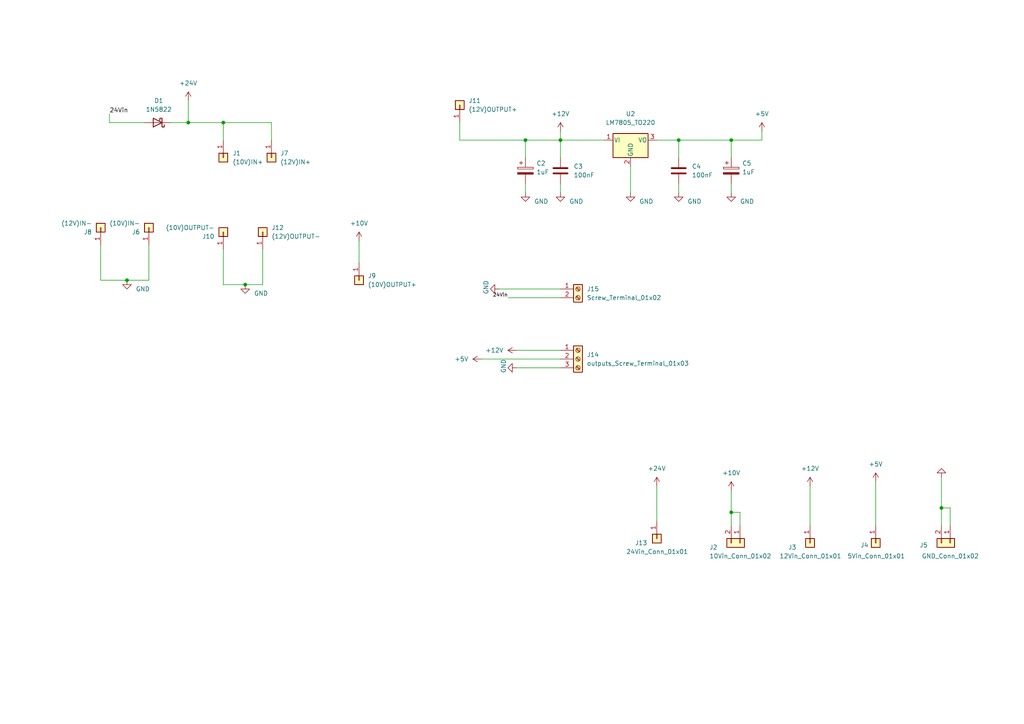
<source format=kicad_sch>
(kicad_sch (version 20230121) (generator eeschema)

  (uuid 8156fed5-e496-42a5-bb51-caacec52ecc9)

  (paper "A4")

  (lib_symbols
    (symbol "Connector:Screw_Terminal_01x02" (pin_names (offset 1.016) hide) (in_bom yes) (on_board yes)
      (property "Reference" "J" (at 0 2.54 0)
        (effects (font (size 1.27 1.27)))
      )
      (property "Value" "Screw_Terminal_01x02" (at 0 -5.08 0)
        (effects (font (size 1.27 1.27)))
      )
      (property "Footprint" "" (at 0 0 0)
        (effects (font (size 1.27 1.27)) hide)
      )
      (property "Datasheet" "~" (at 0 0 0)
        (effects (font (size 1.27 1.27)) hide)
      )
      (property "ki_keywords" "screw terminal" (at 0 0 0)
        (effects (font (size 1.27 1.27)) hide)
      )
      (property "ki_description" "Generic screw terminal, single row, 01x02, script generated (kicad-library-utils/schlib/autogen/connector/)" (at 0 0 0)
        (effects (font (size 1.27 1.27)) hide)
      )
      (property "ki_fp_filters" "TerminalBlock*:*" (at 0 0 0)
        (effects (font (size 1.27 1.27)) hide)
      )
      (symbol "Screw_Terminal_01x02_1_1"
        (rectangle (start -1.27 1.27) (end 1.27 -3.81)
          (stroke (width 0.254) (type default))
          (fill (type background))
        )
        (circle (center 0 -2.54) (radius 0.635)
          (stroke (width 0.1524) (type default))
          (fill (type none))
        )
        (polyline
          (pts
            (xy -0.5334 -2.2098)
            (xy 0.3302 -3.048)
          )
          (stroke (width 0.1524) (type default))
          (fill (type none))
        )
        (polyline
          (pts
            (xy -0.5334 0.3302)
            (xy 0.3302 -0.508)
          )
          (stroke (width 0.1524) (type default))
          (fill (type none))
        )
        (polyline
          (pts
            (xy -0.3556 -2.032)
            (xy 0.508 -2.8702)
          )
          (stroke (width 0.1524) (type default))
          (fill (type none))
        )
        (polyline
          (pts
            (xy -0.3556 0.508)
            (xy 0.508 -0.3302)
          )
          (stroke (width 0.1524) (type default))
          (fill (type none))
        )
        (circle (center 0 0) (radius 0.635)
          (stroke (width 0.1524) (type default))
          (fill (type none))
        )
        (pin passive line (at -5.08 0 0) (length 3.81)
          (name "Pin_1" (effects (font (size 1.27 1.27))))
          (number "1" (effects (font (size 1.27 1.27))))
        )
        (pin passive line (at -5.08 -2.54 0) (length 3.81)
          (name "Pin_2" (effects (font (size 1.27 1.27))))
          (number "2" (effects (font (size 1.27 1.27))))
        )
      )
    )
    (symbol "Connector:Screw_Terminal_01x03" (pin_names (offset 1.016) hide) (in_bom yes) (on_board yes)
      (property "Reference" "J" (at 0 5.08 0)
        (effects (font (size 1.27 1.27)))
      )
      (property "Value" "Screw_Terminal_01x03" (at 0 -5.08 0)
        (effects (font (size 1.27 1.27)))
      )
      (property "Footprint" "" (at 0 0 0)
        (effects (font (size 1.27 1.27)) hide)
      )
      (property "Datasheet" "~" (at 0 0 0)
        (effects (font (size 1.27 1.27)) hide)
      )
      (property "ki_keywords" "screw terminal" (at 0 0 0)
        (effects (font (size 1.27 1.27)) hide)
      )
      (property "ki_description" "Generic screw terminal, single row, 01x03, script generated (kicad-library-utils/schlib/autogen/connector/)" (at 0 0 0)
        (effects (font (size 1.27 1.27)) hide)
      )
      (property "ki_fp_filters" "TerminalBlock*:*" (at 0 0 0)
        (effects (font (size 1.27 1.27)) hide)
      )
      (symbol "Screw_Terminal_01x03_1_1"
        (rectangle (start -1.27 3.81) (end 1.27 -3.81)
          (stroke (width 0.254) (type default))
          (fill (type background))
        )
        (circle (center 0 -2.54) (radius 0.635)
          (stroke (width 0.1524) (type default))
          (fill (type none))
        )
        (polyline
          (pts
            (xy -0.5334 -2.2098)
            (xy 0.3302 -3.048)
          )
          (stroke (width 0.1524) (type default))
          (fill (type none))
        )
        (polyline
          (pts
            (xy -0.5334 0.3302)
            (xy 0.3302 -0.508)
          )
          (stroke (width 0.1524) (type default))
          (fill (type none))
        )
        (polyline
          (pts
            (xy -0.5334 2.8702)
            (xy 0.3302 2.032)
          )
          (stroke (width 0.1524) (type default))
          (fill (type none))
        )
        (polyline
          (pts
            (xy -0.3556 -2.032)
            (xy 0.508 -2.8702)
          )
          (stroke (width 0.1524) (type default))
          (fill (type none))
        )
        (polyline
          (pts
            (xy -0.3556 0.508)
            (xy 0.508 -0.3302)
          )
          (stroke (width 0.1524) (type default))
          (fill (type none))
        )
        (polyline
          (pts
            (xy -0.3556 3.048)
            (xy 0.508 2.2098)
          )
          (stroke (width 0.1524) (type default))
          (fill (type none))
        )
        (circle (center 0 0) (radius 0.635)
          (stroke (width 0.1524) (type default))
          (fill (type none))
        )
        (circle (center 0 2.54) (radius 0.635)
          (stroke (width 0.1524) (type default))
          (fill (type none))
        )
        (pin passive line (at -5.08 2.54 0) (length 3.81)
          (name "Pin_1" (effects (font (size 1.27 1.27))))
          (number "1" (effects (font (size 1.27 1.27))))
        )
        (pin passive line (at -5.08 0 0) (length 3.81)
          (name "Pin_2" (effects (font (size 1.27 1.27))))
          (number "2" (effects (font (size 1.27 1.27))))
        )
        (pin passive line (at -5.08 -2.54 0) (length 3.81)
          (name "Pin_3" (effects (font (size 1.27 1.27))))
          (number "3" (effects (font (size 1.27 1.27))))
        )
      )
    )
    (symbol "Connector_Generic:Conn_01x01" (pin_names (offset 1.016) hide) (in_bom yes) (on_board yes)
      (property "Reference" "J" (at 0 2.54 0)
        (effects (font (size 1.27 1.27)))
      )
      (property "Value" "Conn_01x01" (at 0 -2.54 0)
        (effects (font (size 1.27 1.27)))
      )
      (property "Footprint" "" (at 0 0 0)
        (effects (font (size 1.27 1.27)) hide)
      )
      (property "Datasheet" "~" (at 0 0 0)
        (effects (font (size 1.27 1.27)) hide)
      )
      (property "ki_keywords" "connector" (at 0 0 0)
        (effects (font (size 1.27 1.27)) hide)
      )
      (property "ki_description" "Generic connector, single row, 01x01, script generated (kicad-library-utils/schlib/autogen/connector/)" (at 0 0 0)
        (effects (font (size 1.27 1.27)) hide)
      )
      (property "ki_fp_filters" "Connector*:*_1x??_*" (at 0 0 0)
        (effects (font (size 1.27 1.27)) hide)
      )
      (symbol "Conn_01x01_1_1"
        (rectangle (start -1.27 0.127) (end 0 -0.127)
          (stroke (width 0.1524) (type default))
          (fill (type none))
        )
        (rectangle (start -1.27 1.27) (end 1.27 -1.27)
          (stroke (width 0.254) (type default))
          (fill (type background))
        )
        (pin passive line (at -5.08 0 0) (length 3.81)
          (name "Pin_1" (effects (font (size 1.27 1.27))))
          (number "1" (effects (font (size 1.27 1.27))))
        )
      )
    )
    (symbol "Connector_Generic:Conn_01x02" (pin_names (offset 1.016) hide) (in_bom yes) (on_board yes)
      (property "Reference" "J" (at 0 2.54 0)
        (effects (font (size 1.27 1.27)))
      )
      (property "Value" "Conn_01x02" (at 0 -5.08 0)
        (effects (font (size 1.27 1.27)))
      )
      (property "Footprint" "" (at 0 0 0)
        (effects (font (size 1.27 1.27)) hide)
      )
      (property "Datasheet" "~" (at 0 0 0)
        (effects (font (size 1.27 1.27)) hide)
      )
      (property "ki_keywords" "connector" (at 0 0 0)
        (effects (font (size 1.27 1.27)) hide)
      )
      (property "ki_description" "Generic connector, single row, 01x02, script generated (kicad-library-utils/schlib/autogen/connector/)" (at 0 0 0)
        (effects (font (size 1.27 1.27)) hide)
      )
      (property "ki_fp_filters" "Connector*:*_1x??_*" (at 0 0 0)
        (effects (font (size 1.27 1.27)) hide)
      )
      (symbol "Conn_01x02_1_1"
        (rectangle (start -1.27 -2.413) (end 0 -2.667)
          (stroke (width 0.1524) (type default))
          (fill (type none))
        )
        (rectangle (start -1.27 0.127) (end 0 -0.127)
          (stroke (width 0.1524) (type default))
          (fill (type none))
        )
        (rectangle (start -1.27 1.27) (end 1.27 -3.81)
          (stroke (width 0.254) (type default))
          (fill (type background))
        )
        (pin passive line (at -5.08 0 0) (length 3.81)
          (name "Pin_1" (effects (font (size 1.27 1.27))))
          (number "1" (effects (font (size 1.27 1.27))))
        )
        (pin passive line (at -5.08 -2.54 0) (length 3.81)
          (name "Pin_2" (effects (font (size 1.27 1.27))))
          (number "2" (effects (font (size 1.27 1.27))))
        )
      )
    )
    (symbol "Device:C" (pin_numbers hide) (pin_names (offset 0.254)) (in_bom yes) (on_board yes)
      (property "Reference" "C" (at 0.635 2.54 0)
        (effects (font (size 1.27 1.27)) (justify left))
      )
      (property "Value" "C" (at 0.635 -2.54 0)
        (effects (font (size 1.27 1.27)) (justify left))
      )
      (property "Footprint" "" (at 0.9652 -3.81 0)
        (effects (font (size 1.27 1.27)) hide)
      )
      (property "Datasheet" "~" (at 0 0 0)
        (effects (font (size 1.27 1.27)) hide)
      )
      (property "ki_keywords" "cap capacitor" (at 0 0 0)
        (effects (font (size 1.27 1.27)) hide)
      )
      (property "ki_description" "Unpolarized capacitor" (at 0 0 0)
        (effects (font (size 1.27 1.27)) hide)
      )
      (property "ki_fp_filters" "C_*" (at 0 0 0)
        (effects (font (size 1.27 1.27)) hide)
      )
      (symbol "C_0_1"
        (polyline
          (pts
            (xy -2.032 -0.762)
            (xy 2.032 -0.762)
          )
          (stroke (width 0.508) (type default))
          (fill (type none))
        )
        (polyline
          (pts
            (xy -2.032 0.762)
            (xy 2.032 0.762)
          )
          (stroke (width 0.508) (type default))
          (fill (type none))
        )
      )
      (symbol "C_1_1"
        (pin passive line (at 0 3.81 270) (length 2.794)
          (name "~" (effects (font (size 1.27 1.27))))
          (number "1" (effects (font (size 1.27 1.27))))
        )
        (pin passive line (at 0 -3.81 90) (length 2.794)
          (name "~" (effects (font (size 1.27 1.27))))
          (number "2" (effects (font (size 1.27 1.27))))
        )
      )
    )
    (symbol "Device:C_Polarized" (pin_numbers hide) (pin_names (offset 0.254)) (in_bom yes) (on_board yes)
      (property "Reference" "C" (at 0.635 2.54 0)
        (effects (font (size 1.27 1.27)) (justify left))
      )
      (property "Value" "C_Polarized" (at 0.635 -2.54 0)
        (effects (font (size 1.27 1.27)) (justify left))
      )
      (property "Footprint" "" (at 0.9652 -3.81 0)
        (effects (font (size 1.27 1.27)) hide)
      )
      (property "Datasheet" "~" (at 0 0 0)
        (effects (font (size 1.27 1.27)) hide)
      )
      (property "ki_keywords" "cap capacitor" (at 0 0 0)
        (effects (font (size 1.27 1.27)) hide)
      )
      (property "ki_description" "Polarized capacitor" (at 0 0 0)
        (effects (font (size 1.27 1.27)) hide)
      )
      (property "ki_fp_filters" "CP_*" (at 0 0 0)
        (effects (font (size 1.27 1.27)) hide)
      )
      (symbol "C_Polarized_0_1"
        (rectangle (start -2.286 0.508) (end 2.286 1.016)
          (stroke (width 0) (type default))
          (fill (type none))
        )
        (polyline
          (pts
            (xy -1.778 2.286)
            (xy -0.762 2.286)
          )
          (stroke (width 0) (type default))
          (fill (type none))
        )
        (polyline
          (pts
            (xy -1.27 2.794)
            (xy -1.27 1.778)
          )
          (stroke (width 0) (type default))
          (fill (type none))
        )
        (rectangle (start 2.286 -0.508) (end -2.286 -1.016)
          (stroke (width 0) (type default))
          (fill (type outline))
        )
      )
      (symbol "C_Polarized_1_1"
        (pin passive line (at 0 3.81 270) (length 2.794)
          (name "~" (effects (font (size 1.27 1.27))))
          (number "1" (effects (font (size 1.27 1.27))))
        )
        (pin passive line (at 0 -3.81 90) (length 2.794)
          (name "~" (effects (font (size 1.27 1.27))))
          (number "2" (effects (font (size 1.27 1.27))))
        )
      )
    )
    (symbol "Diode:1N5822" (pin_numbers hide) (pin_names (offset 1.016) hide) (in_bom yes) (on_board yes)
      (property "Reference" "D" (at 0 2.54 0)
        (effects (font (size 1.27 1.27)))
      )
      (property "Value" "1N5822" (at 0 -2.54 0)
        (effects (font (size 1.27 1.27)))
      )
      (property "Footprint" "Diode_THT:D_DO-201AD_P15.24mm_Horizontal" (at 0 -4.445 0)
        (effects (font (size 1.27 1.27)) hide)
      )
      (property "Datasheet" "http://www.vishay.com/docs/88526/1n5820.pdf" (at 0 0 0)
        (effects (font (size 1.27 1.27)) hide)
      )
      (property "ki_keywords" "diode Schottky" (at 0 0 0)
        (effects (font (size 1.27 1.27)) hide)
      )
      (property "ki_description" "40V 3A Schottky Barrier Rectifier Diode, DO-201AD" (at 0 0 0)
        (effects (font (size 1.27 1.27)) hide)
      )
      (property "ki_fp_filters" "D*DO?201AD*" (at 0 0 0)
        (effects (font (size 1.27 1.27)) hide)
      )
      (symbol "1N5822_0_1"
        (polyline
          (pts
            (xy 1.27 0)
            (xy -1.27 0)
          )
          (stroke (width 0) (type default))
          (fill (type none))
        )
        (polyline
          (pts
            (xy 1.27 1.27)
            (xy 1.27 -1.27)
            (xy -1.27 0)
            (xy 1.27 1.27)
          )
          (stroke (width 0.254) (type default))
          (fill (type none))
        )
        (polyline
          (pts
            (xy -1.905 0.635)
            (xy -1.905 1.27)
            (xy -1.27 1.27)
            (xy -1.27 -1.27)
            (xy -0.635 -1.27)
            (xy -0.635 -0.635)
          )
          (stroke (width 0.254) (type default))
          (fill (type none))
        )
      )
      (symbol "1N5822_1_1"
        (pin passive line (at -3.81 0 0) (length 2.54)
          (name "K" (effects (font (size 1.27 1.27))))
          (number "1" (effects (font (size 1.27 1.27))))
        )
        (pin passive line (at 3.81 0 180) (length 2.54)
          (name "A" (effects (font (size 1.27 1.27))))
          (number "2" (effects (font (size 1.27 1.27))))
        )
      )
    )
    (symbol "Regulator_Linear:LM7805_TO220" (pin_names (offset 0.254)) (in_bom yes) (on_board yes)
      (property "Reference" "U" (at -3.81 3.175 0)
        (effects (font (size 1.27 1.27)))
      )
      (property "Value" "LM7805_TO220" (at 0 3.175 0)
        (effects (font (size 1.27 1.27)) (justify left))
      )
      (property "Footprint" "Package_TO_SOT_THT:TO-220-3_Vertical" (at 0 5.715 0)
        (effects (font (size 1.27 1.27) italic) hide)
      )
      (property "Datasheet" "https://www.onsemi.cn/PowerSolutions/document/MC7800-D.PDF" (at 0 -1.27 0)
        (effects (font (size 1.27 1.27)) hide)
      )
      (property "ki_keywords" "Voltage Regulator 1A Positive" (at 0 0 0)
        (effects (font (size 1.27 1.27)) hide)
      )
      (property "ki_description" "Positive 1A 35V Linear Regulator, Fixed Output 5V, TO-220" (at 0 0 0)
        (effects (font (size 1.27 1.27)) hide)
      )
      (property "ki_fp_filters" "TO?220*" (at 0 0 0)
        (effects (font (size 1.27 1.27)) hide)
      )
      (symbol "LM7805_TO220_0_1"
        (rectangle (start -5.08 1.905) (end 5.08 -5.08)
          (stroke (width 0.254) (type default))
          (fill (type background))
        )
      )
      (symbol "LM7805_TO220_1_1"
        (pin power_in line (at -7.62 0 0) (length 2.54)
          (name "VI" (effects (font (size 1.27 1.27))))
          (number "1" (effects (font (size 1.27 1.27))))
        )
        (pin power_in line (at 0 -7.62 90) (length 2.54)
          (name "GND" (effects (font (size 1.27 1.27))))
          (number "2" (effects (font (size 1.27 1.27))))
        )
        (pin power_out line (at 7.62 0 180) (length 2.54)
          (name "VO" (effects (font (size 1.27 1.27))))
          (number "3" (effects (font (size 1.27 1.27))))
        )
      )
    )
    (symbol "power:+10V" (power) (pin_names (offset 0)) (in_bom yes) (on_board yes)
      (property "Reference" "#PWR" (at 0 -3.81 0)
        (effects (font (size 1.27 1.27)) hide)
      )
      (property "Value" "+10V" (at 0 3.556 0)
        (effects (font (size 1.27 1.27)))
      )
      (property "Footprint" "" (at 0 0 0)
        (effects (font (size 1.27 1.27)) hide)
      )
      (property "Datasheet" "" (at 0 0 0)
        (effects (font (size 1.27 1.27)) hide)
      )
      (property "ki_keywords" "global power" (at 0 0 0)
        (effects (font (size 1.27 1.27)) hide)
      )
      (property "ki_description" "Power symbol creates a global label with name \"+10V\"" (at 0 0 0)
        (effects (font (size 1.27 1.27)) hide)
      )
      (symbol "+10V_0_1"
        (polyline
          (pts
            (xy -0.762 1.27)
            (xy 0 2.54)
          )
          (stroke (width 0) (type default))
          (fill (type none))
        )
        (polyline
          (pts
            (xy 0 0)
            (xy 0 2.54)
          )
          (stroke (width 0) (type default))
          (fill (type none))
        )
        (polyline
          (pts
            (xy 0 2.54)
            (xy 0.762 1.27)
          )
          (stroke (width 0) (type default))
          (fill (type none))
        )
      )
      (symbol "+10V_1_1"
        (pin power_in line (at 0 0 90) (length 0) hide
          (name "+10V" (effects (font (size 1.27 1.27))))
          (number "1" (effects (font (size 1.27 1.27))))
        )
      )
    )
    (symbol "power:+12V" (power) (pin_names (offset 0)) (in_bom yes) (on_board yes)
      (property "Reference" "#PWR" (at 0 -3.81 0)
        (effects (font (size 1.27 1.27)) hide)
      )
      (property "Value" "+12V" (at 0 3.556 0)
        (effects (font (size 1.27 1.27)))
      )
      (property "Footprint" "" (at 0 0 0)
        (effects (font (size 1.27 1.27)) hide)
      )
      (property "Datasheet" "" (at 0 0 0)
        (effects (font (size 1.27 1.27)) hide)
      )
      (property "ki_keywords" "global power" (at 0 0 0)
        (effects (font (size 1.27 1.27)) hide)
      )
      (property "ki_description" "Power symbol creates a global label with name \"+12V\"" (at 0 0 0)
        (effects (font (size 1.27 1.27)) hide)
      )
      (symbol "+12V_0_1"
        (polyline
          (pts
            (xy -0.762 1.27)
            (xy 0 2.54)
          )
          (stroke (width 0) (type default))
          (fill (type none))
        )
        (polyline
          (pts
            (xy 0 0)
            (xy 0 2.54)
          )
          (stroke (width 0) (type default))
          (fill (type none))
        )
        (polyline
          (pts
            (xy 0 2.54)
            (xy 0.762 1.27)
          )
          (stroke (width 0) (type default))
          (fill (type none))
        )
      )
      (symbol "+12V_1_1"
        (pin power_in line (at 0 0 90) (length 0) hide
          (name "+12V" (effects (font (size 1.27 1.27))))
          (number "1" (effects (font (size 1.27 1.27))))
        )
      )
    )
    (symbol "power:+24V" (power) (pin_names (offset 0)) (in_bom yes) (on_board yes)
      (property "Reference" "#PWR" (at 0 -3.81 0)
        (effects (font (size 1.27 1.27)) hide)
      )
      (property "Value" "+24V" (at 0 3.556 0)
        (effects (font (size 1.27 1.27)))
      )
      (property "Footprint" "" (at 0 0 0)
        (effects (font (size 1.27 1.27)) hide)
      )
      (property "Datasheet" "" (at 0 0 0)
        (effects (font (size 1.27 1.27)) hide)
      )
      (property "ki_keywords" "global power" (at 0 0 0)
        (effects (font (size 1.27 1.27)) hide)
      )
      (property "ki_description" "Power symbol creates a global label with name \"+24V\"" (at 0 0 0)
        (effects (font (size 1.27 1.27)) hide)
      )
      (symbol "+24V_0_1"
        (polyline
          (pts
            (xy -0.762 1.27)
            (xy 0 2.54)
          )
          (stroke (width 0) (type default))
          (fill (type none))
        )
        (polyline
          (pts
            (xy 0 0)
            (xy 0 2.54)
          )
          (stroke (width 0) (type default))
          (fill (type none))
        )
        (polyline
          (pts
            (xy 0 2.54)
            (xy 0.762 1.27)
          )
          (stroke (width 0) (type default))
          (fill (type none))
        )
      )
      (symbol "+24V_1_1"
        (pin power_in line (at 0 0 90) (length 0) hide
          (name "+24V" (effects (font (size 1.27 1.27))))
          (number "1" (effects (font (size 1.27 1.27))))
        )
      )
    )
    (symbol "power:+5V" (power) (pin_names (offset 0)) (in_bom yes) (on_board yes)
      (property "Reference" "#PWR" (at 0 -3.81 0)
        (effects (font (size 1.27 1.27)) hide)
      )
      (property "Value" "+5V" (at 0 3.556 0)
        (effects (font (size 1.27 1.27)))
      )
      (property "Footprint" "" (at 0 0 0)
        (effects (font (size 1.27 1.27)) hide)
      )
      (property "Datasheet" "" (at 0 0 0)
        (effects (font (size 1.27 1.27)) hide)
      )
      (property "ki_keywords" "global power" (at 0 0 0)
        (effects (font (size 1.27 1.27)) hide)
      )
      (property "ki_description" "Power symbol creates a global label with name \"+5V\"" (at 0 0 0)
        (effects (font (size 1.27 1.27)) hide)
      )
      (symbol "+5V_0_1"
        (polyline
          (pts
            (xy -0.762 1.27)
            (xy 0 2.54)
          )
          (stroke (width 0) (type default))
          (fill (type none))
        )
        (polyline
          (pts
            (xy 0 0)
            (xy 0 2.54)
          )
          (stroke (width 0) (type default))
          (fill (type none))
        )
        (polyline
          (pts
            (xy 0 2.54)
            (xy 0.762 1.27)
          )
          (stroke (width 0) (type default))
          (fill (type none))
        )
      )
      (symbol "+5V_1_1"
        (pin power_in line (at 0 0 90) (length 0) hide
          (name "+5V" (effects (font (size 1.27 1.27))))
          (number "1" (effects (font (size 1.27 1.27))))
        )
      )
    )
    (symbol "power:GND" (power) (pin_names (offset 0)) (in_bom yes) (on_board yes)
      (property "Reference" "#PWR" (at 0 -6.35 0)
        (effects (font (size 1.27 1.27)) hide)
      )
      (property "Value" "GND" (at 0 -3.81 0)
        (effects (font (size 1.27 1.27)))
      )
      (property "Footprint" "" (at 0 0 0)
        (effects (font (size 1.27 1.27)) hide)
      )
      (property "Datasheet" "" (at 0 0 0)
        (effects (font (size 1.27 1.27)) hide)
      )
      (property "ki_keywords" "global power" (at 0 0 0)
        (effects (font (size 1.27 1.27)) hide)
      )
      (property "ki_description" "Power symbol creates a global label with name \"GND\" , ground" (at 0 0 0)
        (effects (font (size 1.27 1.27)) hide)
      )
      (symbol "GND_0_1"
        (polyline
          (pts
            (xy 0 0)
            (xy 0 -1.27)
            (xy 1.27 -1.27)
            (xy 0 -2.54)
            (xy -1.27 -1.27)
            (xy 0 -1.27)
          )
          (stroke (width 0) (type default))
          (fill (type none))
        )
      )
      (symbol "GND_1_1"
        (pin power_in line (at 0 0 270) (length 0) hide
          (name "GND" (effects (font (size 1.27 1.27))))
          (number "1" (effects (font (size 1.27 1.27))))
        )
      )
    )
  )

  (junction (at 273.05 147.32) (diameter 0) (color 0 0 0 0)
    (uuid 1a200e13-a75f-4263-ab46-5706519e7f88)
  )
  (junction (at 64.77 35.56) (diameter 0) (color 0 0 0 0)
    (uuid 42d761b3-d242-4d82-be77-d75a276afd83)
  )
  (junction (at 196.85 40.64) (diameter 0) (color 0 0 0 0)
    (uuid 5b8fa3ce-1960-49b8-8920-a9ca9822866d)
  )
  (junction (at 36.83 81.28) (diameter 0) (color 0 0 0 0)
    (uuid 87ff1335-878e-4fd9-99de-6b0e5e34459c)
  )
  (junction (at 54.61 35.56) (diameter 0) (color 0 0 0 0)
    (uuid 9df04591-9067-4512-bfb4-614054e5ffba)
  )
  (junction (at 152.4 40.64) (diameter 0) (color 0 0 0 0)
    (uuid a3933b13-a8b8-4407-b4d5-87ca9100fb34)
  )
  (junction (at 212.09 148.59) (diameter 0) (color 0 0 0 0)
    (uuid abc9e390-f661-49e3-95d4-693e438a55b5)
  )
  (junction (at 162.56 40.64) (diameter 0) (color 0 0 0 0)
    (uuid b6fa3bb7-b312-4d4f-ac4a-b3775923344b)
  )
  (junction (at 71.12 82.55) (diameter 0) (color 0 0 0 0)
    (uuid dce2030e-d74d-491b-b8c7-677aa2ca1eb4)
  )
  (junction (at 212.09 40.64) (diameter 0) (color 0 0 0 0)
    (uuid f506044e-a67d-46d7-829d-91d5ce8c4df9)
  )

  (wire (pts (xy 31.75 33.02) (xy 31.75 35.56))
    (stroke (width 0) (type default))
    (uuid 0fd231e2-a423-43c6-924f-7741fb753d75)
  )
  (wire (pts (xy 149.86 101.6) (xy 162.56 101.6))
    (stroke (width 0) (type default))
    (uuid 1259c68b-1f3a-4fd7-a411-27444297994f)
  )
  (wire (pts (xy 152.4 53.34) (xy 152.4 55.88))
    (stroke (width 0) (type default))
    (uuid 1cfd5e18-482b-4720-b67f-bff7b88a2c0e)
  )
  (wire (pts (xy 196.85 53.34) (xy 196.85 55.88))
    (stroke (width 0) (type default))
    (uuid 22264aa2-3828-4ccb-8bd2-81b5493c9e06)
  )
  (wire (pts (xy 133.35 40.64) (xy 152.4 40.64))
    (stroke (width 0) (type default))
    (uuid 2c5ab987-5656-4ae7-918d-e6b7aee8df2e)
  )
  (wire (pts (xy 273.05 147.32) (xy 273.05 152.4))
    (stroke (width 0) (type default))
    (uuid 2d5ff5a0-9673-4e8d-9a46-cfa9346590aa)
  )
  (wire (pts (xy 275.59 152.4) (xy 275.59 147.32))
    (stroke (width 0) (type default))
    (uuid 2dd76fa4-3a84-49ce-abcb-0d928125c7ef)
  )
  (wire (pts (xy 149.86 106.68) (xy 162.56 106.68))
    (stroke (width 0) (type default))
    (uuid 2e75f224-ffcf-40a6-8b36-5586f593fbb1)
  )
  (wire (pts (xy 147.32 86.36) (xy 162.56 86.36))
    (stroke (width 0) (type default))
    (uuid 2e970616-e74f-46a1-bf19-bd31addd4856)
  )
  (wire (pts (xy 76.2 72.39) (xy 76.2 82.55))
    (stroke (width 0) (type default))
    (uuid 3260019a-4297-4cf9-9dcb-ec371e1347e7)
  )
  (wire (pts (xy 43.18 71.12) (xy 43.18 81.28))
    (stroke (width 0) (type default))
    (uuid 32f8dc9b-b854-4093-bbf6-7c2d5b5ce800)
  )
  (wire (pts (xy 76.2 82.55) (xy 71.12 82.55))
    (stroke (width 0) (type default))
    (uuid 379fade5-b090-4825-aee2-87d1c578fb2a)
  )
  (wire (pts (xy 212.09 53.34) (xy 212.09 55.88))
    (stroke (width 0) (type default))
    (uuid 3b786d61-41d5-496d-997b-360305ffd752)
  )
  (wire (pts (xy 152.4 40.64) (xy 152.4 45.72))
    (stroke (width 0) (type default))
    (uuid 3bd48ff6-f862-4a78-9aed-5c75550c30a5)
  )
  (wire (pts (xy 133.35 40.64) (xy 133.35 35.56))
    (stroke (width 0) (type default))
    (uuid 3c8fe79e-e3b7-43d8-9bbe-16b32c975fe4)
  )
  (wire (pts (xy 54.61 35.56) (xy 64.77 35.56))
    (stroke (width 0) (type default))
    (uuid 44f9c26a-aa4e-46a2-b836-ad2ceb96642c)
  )
  (wire (pts (xy 64.77 40.64) (xy 64.77 35.56))
    (stroke (width 0) (type default))
    (uuid 465a8400-ff2e-4183-85dd-42c10e4c3fc5)
  )
  (wire (pts (xy 49.53 35.56) (xy 54.61 35.56))
    (stroke (width 0) (type default))
    (uuid 49892a76-1d2f-4387-9b26-506e85e0721c)
  )
  (wire (pts (xy 275.59 147.32) (xy 273.05 147.32))
    (stroke (width 0) (type default))
    (uuid 4a809fe6-a47f-48a0-87cc-67a55befd5bc)
  )
  (wire (pts (xy 152.4 40.64) (xy 162.56 40.64))
    (stroke (width 0) (type default))
    (uuid 4cbd3e24-e1bf-49fb-915b-3824027a40f3)
  )
  (wire (pts (xy 104.14 69.85) (xy 104.14 76.2))
    (stroke (width 0) (type default))
    (uuid 4cc07c91-907e-4fb2-8d35-aad73f9a9b8a)
  )
  (wire (pts (xy 162.56 53.34) (xy 162.56 55.88))
    (stroke (width 0) (type default))
    (uuid 5a949027-84bc-4390-b9ee-a44e82a9b709)
  )
  (wire (pts (xy 273.05 138.43) (xy 273.05 147.32))
    (stroke (width 0) (type default))
    (uuid 6262e813-7bbd-40cd-9afe-f0257f3e083b)
  )
  (wire (pts (xy 182.88 48.26) (xy 182.88 55.88))
    (stroke (width 0) (type default))
    (uuid 6e2131a0-a343-49dd-b81f-a70be7f14bf0)
  )
  (wire (pts (xy 212.09 142.24) (xy 212.09 148.59))
    (stroke (width 0) (type default))
    (uuid 882bfc07-6186-4270-934c-f0d1dab690c9)
  )
  (wire (pts (xy 64.77 82.55) (xy 71.12 82.55))
    (stroke (width 0) (type default))
    (uuid 89f06015-3dd0-478f-b080-29c1bdff860a)
  )
  (wire (pts (xy 190.5 140.97) (xy 190.5 151.13))
    (stroke (width 0) (type default))
    (uuid 8fe4bbc4-eb9e-49b0-b506-15d437c20b1d)
  )
  (wire (pts (xy 254 139.7) (xy 254 152.4))
    (stroke (width 0) (type default))
    (uuid 94490c99-f978-4d6a-bed0-70b6346b4344)
  )
  (wire (pts (xy 29.21 71.12) (xy 29.21 81.28))
    (stroke (width 0) (type default))
    (uuid 94625f36-c20d-4712-a582-4adb357c68b5)
  )
  (wire (pts (xy 234.95 140.97) (xy 234.95 152.4))
    (stroke (width 0) (type default))
    (uuid 9bd8849d-5a7c-48c1-8c6c-b284e001554b)
  )
  (wire (pts (xy 162.56 38.1) (xy 162.56 40.64))
    (stroke (width 0) (type default))
    (uuid a37b9cbd-4163-41a1-a410-ca5d904e9b0e)
  )
  (wire (pts (xy 162.56 40.64) (xy 162.56 45.72))
    (stroke (width 0) (type default))
    (uuid a6a657fd-e295-41f6-b5a7-73beeffb38ab)
  )
  (wire (pts (xy 190.5 40.64) (xy 196.85 40.64))
    (stroke (width 0) (type default))
    (uuid a724bf7f-77eb-47cb-94db-94d67f5979ae)
  )
  (wire (pts (xy 41.91 35.56) (xy 31.75 35.56))
    (stroke (width 0) (type default))
    (uuid a7cdcae2-50fe-4b8a-891e-b6fb5b205410)
  )
  (wire (pts (xy 43.18 81.28) (xy 36.83 81.28))
    (stroke (width 0) (type default))
    (uuid a827e9f9-86bf-4300-b290-e0a92f8c8d3c)
  )
  (wire (pts (xy 212.09 40.64) (xy 212.09 45.72))
    (stroke (width 0) (type default))
    (uuid afd9eb49-9341-404b-a72a-69b90a03714b)
  )
  (wire (pts (xy 54.61 29.21) (xy 54.61 35.56))
    (stroke (width 0) (type default))
    (uuid b23cbb23-7ec2-4af9-8cbf-ef02f5a60105)
  )
  (wire (pts (xy 196.85 40.64) (xy 212.09 40.64))
    (stroke (width 0) (type default))
    (uuid b301c0c7-7d2b-420b-9325-00b52f53752d)
  )
  (wire (pts (xy 214.63 152.4) (xy 214.63 148.59))
    (stroke (width 0) (type default))
    (uuid b86051f8-2eec-4633-adb3-cc1a09a6c53a)
  )
  (wire (pts (xy 162.56 40.64) (xy 175.26 40.64))
    (stroke (width 0) (type default))
    (uuid c0d4dcef-eb83-4a3a-b8b7-9b5440934b07)
  )
  (wire (pts (xy 212.09 148.59) (xy 212.09 152.4))
    (stroke (width 0) (type default))
    (uuid c83974eb-9971-4528-b261-d032ee63b891)
  )
  (wire (pts (xy 78.74 35.56) (xy 64.77 35.56))
    (stroke (width 0) (type default))
    (uuid cac4df5d-5d81-4493-bc35-76d0fd53d285)
  )
  (wire (pts (xy 64.77 72.39) (xy 64.77 82.55))
    (stroke (width 0) (type default))
    (uuid cfae95e9-c640-4cb8-b8ff-8be7951e6d33)
  )
  (wire (pts (xy 212.09 40.64) (xy 220.98 40.64))
    (stroke (width 0) (type default))
    (uuid cffea13c-288b-4468-ae69-dc632b8af3a1)
  )
  (wire (pts (xy 220.98 38.1) (xy 220.98 40.64))
    (stroke (width 0) (type default))
    (uuid d38b8c8c-6528-4b3e-b991-19678c7994eb)
  )
  (wire (pts (xy 139.7 104.14) (xy 162.56 104.14))
    (stroke (width 0) (type default))
    (uuid e4116ace-cfce-45d6-a3aa-c042c26d4eb2)
  )
  (wire (pts (xy 214.63 148.59) (xy 212.09 148.59))
    (stroke (width 0) (type default))
    (uuid e5e6d3dc-37f6-4296-ba31-a230afdfd5ce)
  )
  (wire (pts (xy 196.85 40.64) (xy 196.85 45.72))
    (stroke (width 0) (type default))
    (uuid e6a230c0-ecc3-4041-a5c5-1facf17d6430)
  )
  (wire (pts (xy 29.21 81.28) (xy 36.83 81.28))
    (stroke (width 0) (type default))
    (uuid ed7c47ee-0c50-4b76-b7eb-a0a619c83fbe)
  )
  (wire (pts (xy 78.74 40.64) (xy 78.74 35.56))
    (stroke (width 0) (type default))
    (uuid f17a40e3-03d8-405a-a5ba-ffaa9c639aca)
  )
  (wire (pts (xy 144.78 83.82) (xy 162.56 83.82))
    (stroke (width 0) (type default))
    (uuid fefc2365-6a0c-496a-8c92-bc2447534434)
  )

  (label "24Vin" (at 147.32 86.36 180) (fields_autoplaced)
    (effects (font (size 1.016 1.016)) (justify right bottom))
    (uuid 54fb1bca-7ff0-40ab-9feb-1dd09fac14db)
  )
  (label "24Vin" (at 31.75 33.02 0) (fields_autoplaced)
    (effects (font (size 1.27 1.27)) (justify left bottom))
    (uuid d11430e7-722b-498c-81c6-197c3d7d6264)
  )

  (symbol (lib_id "Connector_Generic:Conn_01x01") (at 64.77 45.72 270) (unit 1)
    (in_bom yes) (on_board yes) (dnp no) (fields_autoplaced)
    (uuid 027d1cbc-cd6d-4ef9-a2b7-3fc550be8a68)
    (property "Reference" "J1" (at 67.437 44.45 90)
      (effects (font (size 1.27 1.27)) (justify left))
    )
    (property "Value" "(10V)IN+" (at 67.437 46.99 90)
      (effects (font (size 1.27 1.27)) (justify left))
    )
    (property "Footprint" "Connector_PinHeader_2.54mm:PinHeader_1x01_P2.54mm_Vertical" (at 64.77 45.72 0)
      (effects (font (size 1.27 1.27)) hide)
    )
    (property "Datasheet" "~" (at 64.77 45.72 0)
      (effects (font (size 1.27 1.27)) hide)
    )
    (pin "1" (uuid 0f1fe4c8-874c-4497-b4ff-ee4c7b385a3e))
    (instances
      (project "schematicPowerSourcePLC_V0.1"
        (path "/8156fed5-e496-42a5-bb51-caacec52ecc9"
          (reference "J1") (unit 1)
        )
      )
    )
  )

  (symbol (lib_id "Connector_Generic:Conn_01x01") (at 104.14 81.28 270) (unit 1)
    (in_bom yes) (on_board yes) (dnp no) (fields_autoplaced)
    (uuid 02be8054-60f3-4190-8d48-ecda97824eac)
    (property "Reference" "J9" (at 106.68 80.01 90)
      (effects (font (size 1.27 1.27)) (justify left))
    )
    (property "Value" "(10V)OUTPUT+" (at 106.68 82.55 90)
      (effects (font (size 1.27 1.27)) (justify left))
    )
    (property "Footprint" "Connector_PinHeader_2.54mm:PinHeader_1x01_P2.54mm_Vertical" (at 104.14 81.28 0)
      (effects (font (size 1.27 1.27)) hide)
    )
    (property "Datasheet" "~" (at 104.14 81.28 0)
      (effects (font (size 1.27 1.27)) hide)
    )
    (pin "1" (uuid d80db4c3-e792-48cf-8988-b5ce5f813dad))
    (instances
      (project "schematicPowerSourcePLC_V0.1"
        (path "/8156fed5-e496-42a5-bb51-caacec52ecc9"
          (reference "J9") (unit 1)
        )
      )
    )
  )

  (symbol (lib_id "Device:C_Polarized") (at 212.09 49.53 0) (unit 1)
    (in_bom yes) (on_board yes) (dnp no) (fields_autoplaced)
    (uuid 08a3407f-591d-4c8f-8cf2-ebf616fa75a7)
    (property "Reference" "C5" (at 215.265 47.3709 0)
      (effects (font (size 1.27 1.27)) (justify left))
    )
    (property "Value" "1uF" (at 215.265 49.9109 0)
      (effects (font (size 1.27 1.27)) (justify left))
    )
    (property "Footprint" "Capacitor_THT:CP_Radial_D5.0mm_P2.00mm" (at 213.0552 53.34 0)
      (effects (font (size 1.27 1.27)) hide)
    )
    (property "Datasheet" "~" (at 212.09 49.53 0)
      (effects (font (size 1.27 1.27)) hide)
    )
    (pin "1" (uuid 3e7ec687-174c-4b85-a480-8841774dbf62))
    (pin "2" (uuid dc039233-4bb1-4498-92b6-ca1b0b7f58a6))
    (instances
      (project "schematicPowerSourcePLC_V0.1"
        (path "/8156fed5-e496-42a5-bb51-caacec52ecc9"
          (reference "C5") (unit 1)
        )
      )
      (project "plc328p"
        (path "/dfbbd270-4afd-4f6a-9320-245d5a75412f"
          (reference "C26") (unit 1)
        )
      )
    )
  )

  (symbol (lib_id "Connector_Generic:Conn_01x01") (at 29.21 66.04 90) (unit 1)
    (in_bom yes) (on_board yes) (dnp no) (fields_autoplaced)
    (uuid 0ffb800c-166b-4ac0-9d50-c2a8b8d085fc)
    (property "Reference" "J8" (at 26.67 67.31 90)
      (effects (font (size 1.27 1.27)) (justify left))
    )
    (property "Value" "(12V)IN-" (at 26.67 64.77 90)
      (effects (font (size 1.27 1.27)) (justify left))
    )
    (property "Footprint" "Connector_PinHeader_2.54mm:PinHeader_1x01_P2.54mm_Vertical" (at 29.21 66.04 0)
      (effects (font (size 1.27 1.27)) hide)
    )
    (property "Datasheet" "~" (at 29.21 66.04 0)
      (effects (font (size 1.27 1.27)) hide)
    )
    (pin "1" (uuid d3bac246-7f87-4027-8377-b8dc7f6d670b))
    (instances
      (project "schematicPowerSourcePLC_V0.1"
        (path "/8156fed5-e496-42a5-bb51-caacec52ecc9"
          (reference "J8") (unit 1)
        )
      )
    )
  )

  (symbol (lib_id "power:GND") (at 152.4 55.88 0) (unit 1)
    (in_bom yes) (on_board yes) (dnp no)
    (uuid 208de74d-e3b1-45fb-ab42-d4833cb15be3)
    (property "Reference" "#PWR08" (at 152.4 62.23 0)
      (effects (font (size 1.27 1.27)) hide)
    )
    (property "Value" "GND" (at 154.94 58.42 0)
      (effects (font (size 1.27 1.27)) (justify left))
    )
    (property "Footprint" "" (at 152.4 55.88 0)
      (effects (font (size 1.27 1.27)) hide)
    )
    (property "Datasheet" "" (at 152.4 55.88 0)
      (effects (font (size 1.27 1.27)) hide)
    )
    (pin "1" (uuid 7765991f-4ab6-4e6c-a0af-d325be6da539))
    (instances
      (project "schematicPowerSourcePLC_V0.1"
        (path "/8156fed5-e496-42a5-bb51-caacec52ecc9"
          (reference "#PWR08") (unit 1)
        )
      )
      (project "plc328p"
        (path "/dfbbd270-4afd-4f6a-9320-245d5a75412f"
          (reference "#PWR0140") (unit 1)
        )
      )
    )
  )

  (symbol (lib_id "power:+5V") (at 254 139.7 0) (unit 1)
    (in_bom yes) (on_board yes) (dnp no) (fields_autoplaced)
    (uuid 35b90cba-4b20-43c7-ada6-2c9bf07f35ab)
    (property "Reference" "#PWR03" (at 254 143.51 0)
      (effects (font (size 1.27 1.27)) hide)
    )
    (property "Value" "+5V" (at 254 134.62 0)
      (effects (font (size 1.27 1.27)))
    )
    (property "Footprint" "" (at 254 139.7 0)
      (effects (font (size 1.27 1.27)) hide)
    )
    (property "Datasheet" "" (at 254 139.7 0)
      (effects (font (size 1.27 1.27)) hide)
    )
    (pin "1" (uuid a6e8bd2f-d408-4b84-8868-3ab9e17369cd))
    (instances
      (project "schematicPowerSourcePLC_V0.1"
        (path "/8156fed5-e496-42a5-bb51-caacec52ecc9"
          (reference "#PWR03") (unit 1)
        )
      )
      (project "schematicPLC_V0.1"
        (path "/af670fb1-1979-4392-956f-d5b17c6a8406"
          (reference "#PWR079") (unit 1)
        )
      )
      (project "plc_atmega328p_curso"
        (path "/c87f0824-596e-4120-bac5-a51726c87199"
          (reference "#PWR?") (unit 1)
        )
      )
      (project "plc_atmega328pV1.4"
        (path "/fd79f2a1-f3bf-48df-b779-455184f72d8e"
          (reference "#PWR?") (unit 1)
        )
      )
    )
  )

  (symbol (lib_id "Device:C") (at 196.85 49.53 0) (unit 1)
    (in_bom yes) (on_board yes) (dnp no) (fields_autoplaced)
    (uuid 38aba4b1-feb8-491f-950c-df9510e280b6)
    (property "Reference" "C4" (at 200.66 48.2599 0)
      (effects (font (size 1.27 1.27)) (justify left))
    )
    (property "Value" "100nF" (at 200.66 50.7999 0)
      (effects (font (size 1.27 1.27)) (justify left))
    )
    (property "Footprint" "Capacitor_THT:C_Disc_D4.3mm_W1.9mm_P5.00mm" (at 197.8152 53.34 0)
      (effects (font (size 1.27 1.27)) hide)
    )
    (property "Datasheet" "~" (at 196.85 49.53 0)
      (effects (font (size 1.27 1.27)) hide)
    )
    (pin "1" (uuid 5ef30ea2-e688-4061-8a51-55109ddbe2c1))
    (pin "2" (uuid be7344ae-dfaa-4294-ab1f-95a6e400ec32))
    (instances
      (project "schematicPowerSourcePLC_V0.1"
        (path "/8156fed5-e496-42a5-bb51-caacec52ecc9"
          (reference "C4") (unit 1)
        )
      )
      (project "plc328p"
        (path "/dfbbd270-4afd-4f6a-9320-245d5a75412f"
          (reference "C25") (unit 1)
        )
      )
    )
  )

  (symbol (lib_id "power:GND") (at 273.05 138.43 180) (unit 1)
    (in_bom yes) (on_board yes) (dnp no) (fields_autoplaced)
    (uuid 3c4895f8-c082-4859-be2e-71bbacd12be5)
    (property "Reference" "#PWR04" (at 273.05 132.08 0)
      (effects (font (size 1.27 1.27)) hide)
    )
    (property "Value" "GND" (at 273.05 133.35 0)
      (effects (font (size 1.27 1.27)) hide)
    )
    (property "Footprint" "" (at 273.05 138.43 0)
      (effects (font (size 1.27 1.27)) hide)
    )
    (property "Datasheet" "" (at 273.05 138.43 0)
      (effects (font (size 1.27 1.27)) hide)
    )
    (pin "1" (uuid 8e4df20f-040a-434d-92e3-3fe5a8bbe418))
    (instances
      (project "schematicPowerSourcePLC_V0.1"
        (path "/8156fed5-e496-42a5-bb51-caacec52ecc9"
          (reference "#PWR04") (unit 1)
        )
      )
      (project "schematicPLC_V0.1"
        (path "/af670fb1-1979-4392-956f-d5b17c6a8406"
          (reference "#PWR085") (unit 1)
        )
      )
      (project "plc_atmega328p_curso"
        (path "/c87f0824-596e-4120-bac5-a51726c87199"
          (reference "#PWR?") (unit 1)
        )
      )
      (project "plc_atmega328pV1.4"
        (path "/fd79f2a1-f3bf-48df-b779-455184f72d8e"
          (reference "#PWR?") (unit 1)
        )
      )
    )
  )

  (symbol (lib_id "Connector_Generic:Conn_01x02") (at 214.63 157.48 270) (unit 1)
    (in_bom yes) (on_board yes) (dnp no)
    (uuid 4591f78a-a535-40e2-9d7e-44e6b2fb51d8)
    (property "Reference" "J2" (at 205.74 158.75 90)
      (effects (font (size 1.27 1.27)) (justify left))
    )
    (property "Value" "10Vin_Conn_01x02" (at 205.74 161.29 90)
      (effects (font (size 1.27 1.27)) (justify left))
    )
    (property "Footprint" "Connector_PinHeader_2.54mm:PinHeader_1x02_P2.54mm_Vertical" (at 214.63 157.48 0)
      (effects (font (size 1.27 1.27)) hide)
    )
    (property "Datasheet" "~" (at 214.63 157.48 0)
      (effects (font (size 1.27 1.27)) hide)
    )
    (pin "1" (uuid ce102732-7dac-4105-ab10-249ff4711e50))
    (pin "2" (uuid 9d3716a0-625b-4ca3-97c8-4acb6d668947))
    (instances
      (project "schematicPowerSourcePLC_V0.1"
        (path "/8156fed5-e496-42a5-bb51-caacec52ecc9"
          (reference "J2") (unit 1)
        )
      )
      (project "schematicPLC_V0.1"
        (path "/af670fb1-1979-4392-956f-d5b17c6a8406"
          (reference "J7") (unit 1)
        )
      )
    )
  )

  (symbol (lib_id "power:+10V") (at 212.09 142.24 0) (unit 1)
    (in_bom yes) (on_board yes) (dnp no) (fields_autoplaced)
    (uuid 4c801734-39ea-49d1-8783-7d8b31cdf7ef)
    (property "Reference" "#PWR01" (at 212.09 146.05 0)
      (effects (font (size 1.27 1.27)) hide)
    )
    (property "Value" "+10V" (at 212.09 137.16 0)
      (effects (font (size 1.27 1.27)))
    )
    (property "Footprint" "" (at 212.09 142.24 0)
      (effects (font (size 1.27 1.27)) hide)
    )
    (property "Datasheet" "" (at 212.09 142.24 0)
      (effects (font (size 1.27 1.27)) hide)
    )
    (pin "1" (uuid 1c71faed-12c3-4c60-a2d3-3147f244eefc))
    (instances
      (project "schematicPowerSourcePLC_V0.1"
        (path "/8156fed5-e496-42a5-bb51-caacec52ecc9"
          (reference "#PWR01") (unit 1)
        )
      )
      (project "schematicPLC_V0.1"
        (path "/af670fb1-1979-4392-956f-d5b17c6a8406"
          (reference "#PWR071") (unit 1)
        )
      )
    )
  )

  (symbol (lib_id "Connector_Generic:Conn_01x01") (at 254 157.48 270) (unit 1)
    (in_bom yes) (on_board yes) (dnp no)
    (uuid 5479cf18-f8b0-415e-9008-92d45610894e)
    (property "Reference" "J4" (at 249.555 158.115 90)
      (effects (font (size 1.27 1.27)) (justify left))
    )
    (property "Value" "5Vin_Conn_01x01" (at 245.745 161.29 90)
      (effects (font (size 1.27 1.27)) (justify left))
    )
    (property "Footprint" "Connector_PinHeader_2.54mm:PinHeader_1x01_P2.54mm_Vertical" (at 254 157.48 0)
      (effects (font (size 1.27 1.27)) hide)
    )
    (property "Datasheet" "~" (at 254 157.48 0)
      (effects (font (size 1.27 1.27)) hide)
    )
    (pin "1" (uuid 839c9b5e-6a12-49bf-9220-27e1d6a40eb7))
    (instances
      (project "schematicPowerSourcePLC_V0.1"
        (path "/8156fed5-e496-42a5-bb51-caacec52ecc9"
          (reference "J4") (unit 1)
        )
      )
      (project "schematicPLC_V0.1"
        (path "/af670fb1-1979-4392-956f-d5b17c6a8406"
          (reference "J9") (unit 1)
        )
      )
    )
  )

  (symbol (lib_id "power:GND") (at 212.09 55.88 0) (unit 1)
    (in_bom yes) (on_board yes) (dnp no)
    (uuid 569caaa6-b8d1-4849-af0c-aa2cde611f41)
    (property "Reference" "#PWR013" (at 212.09 62.23 0)
      (effects (font (size 1.27 1.27)) hide)
    )
    (property "Value" "GND" (at 214.63 58.42 0)
      (effects (font (size 1.27 1.27)) (justify left))
    )
    (property "Footprint" "" (at 212.09 55.88 0)
      (effects (font (size 1.27 1.27)) hide)
    )
    (property "Datasheet" "" (at 212.09 55.88 0)
      (effects (font (size 1.27 1.27)) hide)
    )
    (pin "1" (uuid f89469f4-9d5e-4645-8c71-271998036962))
    (instances
      (project "schematicPowerSourcePLC_V0.1"
        (path "/8156fed5-e496-42a5-bb51-caacec52ecc9"
          (reference "#PWR013") (unit 1)
        )
      )
      (project "plc328p"
        (path "/dfbbd270-4afd-4f6a-9320-245d5a75412f"
          (reference "#PWR0136") (unit 1)
        )
      )
    )
  )

  (symbol (lib_id "power:GND") (at 196.85 55.88 0) (unit 1)
    (in_bom yes) (on_board yes) (dnp no)
    (uuid 5bf6d6e1-0c95-4e19-a4a1-d772a71826f6)
    (property "Reference" "#PWR012" (at 196.85 62.23 0)
      (effects (font (size 1.27 1.27)) hide)
    )
    (property "Value" "GND" (at 199.39 58.42 0)
      (effects (font (size 1.27 1.27)) (justify left))
    )
    (property "Footprint" "" (at 196.85 55.88 0)
      (effects (font (size 1.27 1.27)) hide)
    )
    (property "Datasheet" "" (at 196.85 55.88 0)
      (effects (font (size 1.27 1.27)) hide)
    )
    (pin "1" (uuid 6847f4b3-a72f-4849-ac66-ee438a342359))
    (instances
      (project "schematicPowerSourcePLC_V0.1"
        (path "/8156fed5-e496-42a5-bb51-caacec52ecc9"
          (reference "#PWR012") (unit 1)
        )
      )
      (project "plc328p"
        (path "/dfbbd270-4afd-4f6a-9320-245d5a75412f"
          (reference "#PWR0139") (unit 1)
        )
      )
    )
  )

  (symbol (lib_id "Connector:Screw_Terminal_01x03") (at 167.64 104.14 0) (unit 1)
    (in_bom yes) (on_board yes) (dnp no) (fields_autoplaced)
    (uuid 5c328a4f-2ecd-4f04-bf01-d8774f21c755)
    (property "Reference" "J14" (at 170.18 102.87 0)
      (effects (font (size 1.27 1.27)) (justify left))
    )
    (property "Value" "outputs_Screw_Terminal_01x03" (at 170.18 105.41 0)
      (effects (font (size 1.27 1.27)) (justify left))
    )
    (property "Footprint" "TerminalBlock_Phoenix:TerminalBlock_Phoenix_MKDS-1,5-3_1x03_P5.00mm_Horizontal" (at 167.64 104.14 0)
      (effects (font (size 1.27 1.27)) hide)
    )
    (property "Datasheet" "~" (at 167.64 104.14 0)
      (effects (font (size 1.27 1.27)) hide)
    )
    (pin "1" (uuid a9a0bbbb-375c-487a-bed0-58b8739cfb01))
    (pin "2" (uuid 9538fce3-a039-44ed-b6fd-7b8431628b78))
    (pin "3" (uuid 86d53c84-5114-485d-8879-ac2fd40a10d6))
    (instances
      (project "schematicPowerSourcePLC_V0.1"
        (path "/8156fed5-e496-42a5-bb51-caacec52ecc9"
          (reference "J14") (unit 1)
        )
      )
      (project "schematicPLC_V0.1"
        (path "/af670fb1-1979-4392-956f-d5b17c6a8406"
          (reference "J6") (unit 1)
        )
      )
    )
  )

  (symbol (lib_id "power:GND") (at 144.78 83.82 270) (unit 1)
    (in_bom yes) (on_board yes) (dnp no)
    (uuid 69990a0a-92cd-4718-9996-c554eb2b4b30)
    (property "Reference" "#PWR016" (at 138.43 83.82 0)
      (effects (font (size 1.27 1.27)) hide)
    )
    (property "Value" "GND" (at 140.97 81.28 0)
      (effects (font (size 1.27 1.27)) (justify left))
    )
    (property "Footprint" "" (at 144.78 83.82 0)
      (effects (font (size 1.27 1.27)) hide)
    )
    (property "Datasheet" "" (at 144.78 83.82 0)
      (effects (font (size 1.27 1.27)) hide)
    )
    (pin "1" (uuid d3fb43da-1007-4d2b-a417-f66a88fb0d3a))
    (instances
      (project "schematicPowerSourcePLC_V0.1"
        (path "/8156fed5-e496-42a5-bb51-caacec52ecc9"
          (reference "#PWR016") (unit 1)
        )
      )
      (project "plc328p"
        (path "/dfbbd270-4afd-4f6a-9320-245d5a75412f"
          (reference "#PWR0140") (unit 1)
        )
      )
    )
  )

  (symbol (lib_id "power:+24V") (at 54.61 29.21 0) (unit 1)
    (in_bom yes) (on_board yes) (dnp no) (fields_autoplaced)
    (uuid 769742be-de45-4e66-9f61-d88817d728ff)
    (property "Reference" "#PWR05" (at 54.61 33.02 0)
      (effects (font (size 1.27 1.27)) hide)
    )
    (property "Value" "+24V" (at 54.61 24.13 0)
      (effects (font (size 1.27 1.27)))
    )
    (property "Footprint" "" (at 54.61 29.21 0)
      (effects (font (size 1.27 1.27)) hide)
    )
    (property "Datasheet" "" (at 54.61 29.21 0)
      (effects (font (size 1.27 1.27)) hide)
    )
    (pin "1" (uuid c8e7c162-48fc-4b8d-ae95-d09c55e749c9))
    (instances
      (project "schematicPowerSourcePLC_V0.1"
        (path "/8156fed5-e496-42a5-bb51-caacec52ecc9"
          (reference "#PWR05") (unit 1)
        )
      )
    )
  )

  (symbol (lib_id "Connector_Generic:Conn_01x01") (at 43.18 66.04 90) (unit 1)
    (in_bom yes) (on_board yes) (dnp no) (fields_autoplaced)
    (uuid 7874c335-1218-439c-9575-cac3d7e35eae)
    (property "Reference" "J6" (at 40.64 67.31 90)
      (effects (font (size 1.27 1.27)) (justify left))
    )
    (property "Value" "(10V)IN-" (at 40.64 64.77 90)
      (effects (font (size 1.27 1.27)) (justify left))
    )
    (property "Footprint" "Connector_PinHeader_2.54mm:PinHeader_1x01_P2.54mm_Vertical" (at 43.18 66.04 0)
      (effects (font (size 1.27 1.27)) hide)
    )
    (property "Datasheet" "~" (at 43.18 66.04 0)
      (effects (font (size 1.27 1.27)) hide)
    )
    (pin "1" (uuid 40ea63e8-24cd-4984-9270-145d8cbc5fdd))
    (instances
      (project "schematicPowerSourcePLC_V0.1"
        (path "/8156fed5-e496-42a5-bb51-caacec52ecc9"
          (reference "J6") (unit 1)
        )
      )
    )
  )

  (symbol (lib_id "power:GND") (at 182.88 55.88 0) (unit 1)
    (in_bom yes) (on_board yes) (dnp no)
    (uuid 7f0aa151-9d40-4965-b2f6-df71ffebb5f3)
    (property "Reference" "#PWR011" (at 182.88 62.23 0)
      (effects (font (size 1.27 1.27)) hide)
    )
    (property "Value" "GND" (at 185.42 58.42 0)
      (effects (font (size 1.27 1.27)) (justify left))
    )
    (property "Footprint" "" (at 182.88 55.88 0)
      (effects (font (size 1.27 1.27)) hide)
    )
    (property "Datasheet" "" (at 182.88 55.88 0)
      (effects (font (size 1.27 1.27)) hide)
    )
    (pin "1" (uuid e7a182bf-f9ba-47f7-8497-944f91131c60))
    (instances
      (project "schematicPowerSourcePLC_V0.1"
        (path "/8156fed5-e496-42a5-bb51-caacec52ecc9"
          (reference "#PWR011") (unit 1)
        )
      )
      (project "plc328p"
        (path "/dfbbd270-4afd-4f6a-9320-245d5a75412f"
          (reference "#PWR034") (unit 1)
        )
      )
    )
  )

  (symbol (lib_id "power:+24V") (at 190.5 140.97 0) (unit 1)
    (in_bom yes) (on_board yes) (dnp no) (fields_autoplaced)
    (uuid 8b69369c-1c69-4d99-b7f0-9024fbc67d4b)
    (property "Reference" "#PWR020" (at 190.5 144.78 0)
      (effects (font (size 1.27 1.27)) hide)
    )
    (property "Value" "+24V" (at 190.5 135.89 0)
      (effects (font (size 1.27 1.27)))
    )
    (property "Footprint" "" (at 190.5 140.97 0)
      (effects (font (size 1.27 1.27)) hide)
    )
    (property "Datasheet" "" (at 190.5 140.97 0)
      (effects (font (size 1.27 1.27)) hide)
    )
    (pin "1" (uuid 47c3cfcf-7c6f-4fa8-b417-7e66bb8e7a33))
    (instances
      (project "schematicPowerSourcePLC_V0.1"
        (path "/8156fed5-e496-42a5-bb51-caacec52ecc9"
          (reference "#PWR020") (unit 1)
        )
      )
      (project "schematicPLC_V0.1"
        (path "/af670fb1-1979-4392-956f-d5b17c6a8406"
          (reference "#PWR061") (unit 1)
        )
      )
      (project "plc_atmega328p_curso"
        (path "/c87f0824-596e-4120-bac5-a51726c87199"
          (reference "#PWR?") (unit 1)
        )
      )
      (project "plc_atmega328pV1.4"
        (path "/fd79f2a1-f3bf-48df-b779-455184f72d8e"
          (reference "#PWR?") (unit 1)
        )
      )
    )
  )

  (symbol (lib_id "Connector_Generic:Conn_01x01") (at 133.35 30.48 90) (unit 1)
    (in_bom yes) (on_board yes) (dnp no) (fields_autoplaced)
    (uuid 8d31d317-2f43-49c3-bc04-0650e37a8b75)
    (property "Reference" "J11" (at 135.89 29.21 90)
      (effects (font (size 1.27 1.27)) (justify right))
    )
    (property "Value" "(12V)OUTPUT+" (at 135.89 31.75 90)
      (effects (font (size 1.27 1.27)) (justify right))
    )
    (property "Footprint" "Connector_PinHeader_2.54mm:PinHeader_1x01_P2.54mm_Vertical" (at 133.35 30.48 0)
      (effects (font (size 1.27 1.27)) hide)
    )
    (property "Datasheet" "~" (at 133.35 30.48 0)
      (effects (font (size 1.27 1.27)) hide)
    )
    (pin "1" (uuid 130179ac-ab81-49db-b031-98f3b45b0547))
    (instances
      (project "schematicPowerSourcePLC_V0.1"
        (path "/8156fed5-e496-42a5-bb51-caacec52ecc9"
          (reference "J11") (unit 1)
        )
      )
    )
  )

  (symbol (lib_id "Connector_Generic:Conn_01x01") (at 64.77 67.31 90) (unit 1)
    (in_bom yes) (on_board yes) (dnp no)
    (uuid 9240f316-a132-45a9-8f4b-149f82f88b3e)
    (property "Reference" "J10" (at 62.23 68.58 90)
      (effects (font (size 1.27 1.27)) (justify left))
    )
    (property "Value" "(10V)OUTPUT-" (at 62.23 66.04 90)
      (effects (font (size 1.27 1.27)) (justify left))
    )
    (property "Footprint" "Connector_PinHeader_2.54mm:PinHeader_1x01_P2.54mm_Vertical" (at 64.77 67.31 0)
      (effects (font (size 1.27 1.27)) hide)
    )
    (property "Datasheet" "~" (at 64.77 67.31 0)
      (effects (font (size 1.27 1.27)) hide)
    )
    (pin "1" (uuid ff2eb379-39eb-40fd-9808-224478fb7b5d))
    (instances
      (project "schematicPowerSourcePLC_V0.1"
        (path "/8156fed5-e496-42a5-bb51-caacec52ecc9"
          (reference "J10") (unit 1)
        )
      )
    )
  )

  (symbol (lib_id "power:GND") (at 71.12 82.55 0) (unit 1)
    (in_bom yes) (on_board yes) (dnp no)
    (uuid 951a41a6-6ce6-4eb3-a51d-c19a7adf78c0)
    (property "Reference" "#PWR015" (at 71.12 88.9 0)
      (effects (font (size 1.27 1.27)) hide)
    )
    (property "Value" "GND" (at 73.66 85.09 0)
      (effects (font (size 1.27 1.27)) (justify left))
    )
    (property "Footprint" "" (at 71.12 82.55 0)
      (effects (font (size 1.27 1.27)) hide)
    )
    (property "Datasheet" "" (at 71.12 82.55 0)
      (effects (font (size 1.27 1.27)) hide)
    )
    (pin "1" (uuid 315da31c-d5c6-4576-ac10-4571da3917f8))
    (instances
      (project "schematicPowerSourcePLC_V0.1"
        (path "/8156fed5-e496-42a5-bb51-caacec52ecc9"
          (reference "#PWR015") (unit 1)
        )
      )
      (project "plc328p"
        (path "/dfbbd270-4afd-4f6a-9320-245d5a75412f"
          (reference "#PWR0140") (unit 1)
        )
      )
    )
  )

  (symbol (lib_id "power:+12V") (at 162.56 38.1 0) (unit 1)
    (in_bom yes) (on_board yes) (dnp no) (fields_autoplaced)
    (uuid 95e7843b-2a59-45c6-a4f1-0416a4986838)
    (property "Reference" "#PWR09" (at 162.56 41.91 0)
      (effects (font (size 1.27 1.27)) hide)
    )
    (property "Value" "+12V" (at 162.56 33.02 0)
      (effects (font (size 1.27 1.27)))
    )
    (property "Footprint" "" (at 162.56 38.1 0)
      (effects (font (size 1.27 1.27)) hide)
    )
    (property "Datasheet" "" (at 162.56 38.1 0)
      (effects (font (size 1.27 1.27)) hide)
    )
    (pin "1" (uuid b3d4e89a-2568-4c0e-a2ec-ae8be7087bed))
    (instances
      (project "schematicPowerSourcePLC_V0.1"
        (path "/8156fed5-e496-42a5-bb51-caacec52ecc9"
          (reference "#PWR09") (unit 1)
        )
      )
      (project "plc328p"
        (path "/dfbbd270-4afd-4f6a-9320-245d5a75412f"
          (reference "#PWR033") (unit 1)
        )
      )
    )
  )

  (symbol (lib_id "Diode:1N5822") (at 45.72 35.56 180) (unit 1)
    (in_bom yes) (on_board yes) (dnp no) (fields_autoplaced)
    (uuid 960d963f-3aa7-4db0-a93f-1b1f1c63e9b5)
    (property "Reference" "D1" (at 46.0375 29.21 0)
      (effects (font (size 1.27 1.27)))
    )
    (property "Value" "1N5822" (at 46.0375 31.75 0)
      (effects (font (size 1.27 1.27)))
    )
    (property "Footprint" "Diode_THT:D_DO-41_SOD81_P12.70mm_Horizontal" (at 45.72 31.115 0)
      (effects (font (size 1.27 1.27)) hide)
    )
    (property "Datasheet" "http://www.vishay.com/docs/88526/1n5820.pdf" (at 45.72 35.56 0)
      (effects (font (size 1.27 1.27)) hide)
    )
    (pin "1" (uuid 154b7d4d-afdd-4b0e-a9d0-1d77defe576f))
    (pin "2" (uuid 50e0ddf0-13d3-4678-a68a-cb3fcfe01ba2))
    (instances
      (project "schematicPowerSourcePLC_V0.1"
        (path "/8156fed5-e496-42a5-bb51-caacec52ecc9"
          (reference "D1") (unit 1)
        )
      )
      (project "plc328p"
        (path "/dfbbd270-4afd-4f6a-9320-245d5a75412f"
          (reference "D10") (unit 1)
        )
      )
    )
  )

  (symbol (lib_id "Connector:Screw_Terminal_01x02") (at 167.64 83.82 0) (unit 1)
    (in_bom yes) (on_board yes) (dnp no) (fields_autoplaced)
    (uuid a294cac2-620f-4f47-bb36-b0ae00c8d831)
    (property "Reference" "J15" (at 170.18 83.82 0)
      (effects (font (size 1.27 1.27)) (justify left))
    )
    (property "Value" "Screw_Terminal_01x02" (at 170.18 86.36 0)
      (effects (font (size 1.27 1.27)) (justify left))
    )
    (property "Footprint" "TerminalBlock_Phoenix:TerminalBlock_Phoenix_MKDS-1,5-2_1x02_P5.00mm_Horizontal" (at 167.64 83.82 0)
      (effects (font (size 1.27 1.27)) hide)
    )
    (property "Datasheet" "~" (at 167.64 83.82 0)
      (effects (font (size 1.27 1.27)) hide)
    )
    (pin "1" (uuid a15f9e6d-0bc1-452a-89da-d1dd3c954cc9))
    (pin "2" (uuid d055bc6a-8208-41d8-9a1f-68719acd0cdd))
    (instances
      (project "schematicPowerSourcePLC_V0.1"
        (path "/8156fed5-e496-42a5-bb51-caacec52ecc9"
          (reference "J15") (unit 1)
        )
      )
    )
  )

  (symbol (lib_id "Connector_Generic:Conn_01x01") (at 234.95 157.48 270) (unit 1)
    (in_bom yes) (on_board yes) (dnp no)
    (uuid a5c6b51e-96f1-4383-9f0e-986f86223884)
    (property "Reference" "J3" (at 228.6 158.75 90)
      (effects (font (size 1.27 1.27)) (justify left))
    )
    (property "Value" "12Vin_Conn_01x01" (at 226.06 161.29 90)
      (effects (font (size 1.27 1.27)) (justify left))
    )
    (property "Footprint" "Connector_PinHeader_2.54mm:PinHeader_1x01_P2.54mm_Vertical" (at 234.95 157.48 0)
      (effects (font (size 1.27 1.27)) hide)
    )
    (property "Datasheet" "~" (at 234.95 157.48 0)
      (effects (font (size 1.27 1.27)) hide)
    )
    (pin "1" (uuid adb86459-0c3c-4167-9b75-8d0152d9eab0))
    (instances
      (project "schematicPowerSourcePLC_V0.1"
        (path "/8156fed5-e496-42a5-bb51-caacec52ecc9"
          (reference "J3") (unit 1)
        )
      )
      (project "schematicPLC_V0.1"
        (path "/af670fb1-1979-4392-956f-d5b17c6a8406"
          (reference "J8") (unit 1)
        )
      )
    )
  )

  (symbol (lib_id "power:GND") (at 149.86 106.68 270) (unit 1)
    (in_bom yes) (on_board yes) (dnp no)
    (uuid a9527554-da07-49d2-bd8f-96818a12a87c)
    (property "Reference" "#PWR018" (at 143.51 106.68 0)
      (effects (font (size 1.27 1.27)) hide)
    )
    (property "Value" "GND" (at 146.05 104.14 0)
      (effects (font (size 1.27 1.27)) (justify left))
    )
    (property "Footprint" "" (at 149.86 106.68 0)
      (effects (font (size 1.27 1.27)) hide)
    )
    (property "Datasheet" "" (at 149.86 106.68 0)
      (effects (font (size 1.27 1.27)) hide)
    )
    (pin "1" (uuid a573f2a2-a1b6-4a2b-afc8-ccbd07d69f47))
    (instances
      (project "schematicPowerSourcePLC_V0.1"
        (path "/8156fed5-e496-42a5-bb51-caacec52ecc9"
          (reference "#PWR018") (unit 1)
        )
      )
      (project "plc328p"
        (path "/dfbbd270-4afd-4f6a-9320-245d5a75412f"
          (reference "#PWR0140") (unit 1)
        )
      )
    )
  )

  (symbol (lib_id "power:+10V") (at 104.14 69.85 0) (unit 1)
    (in_bom yes) (on_board yes) (dnp no) (fields_autoplaced)
    (uuid ab4a3f9b-5e40-4fc3-b66a-6dca67d39404)
    (property "Reference" "#PWR07" (at 104.14 73.66 0)
      (effects (font (size 1.27 1.27)) hide)
    )
    (property "Value" "+10V" (at 104.14 64.77 0)
      (effects (font (size 1.27 1.27)))
    )
    (property "Footprint" "" (at 104.14 69.85 0)
      (effects (font (size 1.27 1.27)) hide)
    )
    (property "Datasheet" "" (at 104.14 69.85 0)
      (effects (font (size 1.27 1.27)) hide)
    )
    (pin "1" (uuid 2f24aca7-222d-4596-ba18-973415078ce5))
    (instances
      (project "schematicPowerSourcePLC_V0.1"
        (path "/8156fed5-e496-42a5-bb51-caacec52ecc9"
          (reference "#PWR07") (unit 1)
        )
      )
      (project "schematicPLC_V0.1"
        (path "/af670fb1-1979-4392-956f-d5b17c6a8406"
          (reference "#PWR071") (unit 1)
        )
      )
    )
  )

  (symbol (lib_id "Device:C_Polarized") (at 152.4 49.53 0) (unit 1)
    (in_bom yes) (on_board yes) (dnp no) (fields_autoplaced)
    (uuid b27b6a3c-ed81-4d86-abc7-718f794be043)
    (property "Reference" "C2" (at 155.575 47.3709 0)
      (effects (font (size 1.27 1.27)) (justify left))
    )
    (property "Value" "1uF" (at 155.575 49.9109 0)
      (effects (font (size 1.27 1.27)) (justify left))
    )
    (property "Footprint" "Capacitor_THT:CP_Radial_D5.0mm_P2.00mm" (at 153.3652 53.34 0)
      (effects (font (size 1.27 1.27)) hide)
    )
    (property "Datasheet" "~" (at 152.4 49.53 0)
      (effects (font (size 1.27 1.27)) hide)
    )
    (pin "1" (uuid ad7d36cf-0117-4298-b7dc-15f0f8336bd9))
    (pin "2" (uuid aa283929-284d-4df9-b5f9-9b5b0d05f872))
    (instances
      (project "schematicPowerSourcePLC_V0.1"
        (path "/8156fed5-e496-42a5-bb51-caacec52ecc9"
          (reference "C2") (unit 1)
        )
      )
      (project "plc328p"
        (path "/dfbbd270-4afd-4f6a-9320-245d5a75412f"
          (reference "C23") (unit 1)
        )
      )
    )
  )

  (symbol (lib_id "power:+12V") (at 234.95 140.97 0) (unit 1)
    (in_bom yes) (on_board yes) (dnp no) (fields_autoplaced)
    (uuid b2e4b9af-fb56-4e1a-8ba6-ebeac4eda33a)
    (property "Reference" "#PWR02" (at 234.95 144.78 0)
      (effects (font (size 1.27 1.27)) hide)
    )
    (property "Value" "+12V" (at 234.95 135.89 0)
      (effects (font (size 1.27 1.27)))
    )
    (property "Footprint" "" (at 234.95 140.97 0)
      (effects (font (size 1.27 1.27)) hide)
    )
    (property "Datasheet" "" (at 234.95 140.97 0)
      (effects (font (size 1.27 1.27)) hide)
    )
    (pin "1" (uuid 9ff16c8b-9c51-491d-ad17-c0bb57b551f5))
    (instances
      (project "schematicPowerSourcePLC_V0.1"
        (path "/8156fed5-e496-42a5-bb51-caacec52ecc9"
          (reference "#PWR02") (unit 1)
        )
      )
      (project "schematicPLC_V0.1"
        (path "/af670fb1-1979-4392-956f-d5b17c6a8406"
          (reference "#PWR077") (unit 1)
        )
      )
      (project "plc_atmega328p_curso"
        (path "/c87f0824-596e-4120-bac5-a51726c87199"
          (reference "#PWR?") (unit 1)
        )
      )
      (project "plc_atmega328pV1.4"
        (path "/fd79f2a1-f3bf-48df-b779-455184f72d8e"
          (reference "#PWR?") (unit 1)
        )
      )
    )
  )

  (symbol (lib_id "Connector_Generic:Conn_01x02") (at 275.59 157.48 270) (unit 1)
    (in_bom yes) (on_board yes) (dnp no)
    (uuid b82507b7-abc5-4622-a28c-53bb3563ca55)
    (property "Reference" "J5" (at 266.7 158.115 90)
      (effects (font (size 1.27 1.27)) (justify left))
    )
    (property "Value" "GND_Conn_01x02" (at 267.335 161.29 90)
      (effects (font (size 1.27 1.27)) (justify left))
    )
    (property "Footprint" "Connector_PinHeader_2.54mm:PinHeader_1x02_P2.54mm_Vertical" (at 275.59 157.48 0)
      (effects (font (size 1.27 1.27)) hide)
    )
    (property "Datasheet" "~" (at 275.59 157.48 0)
      (effects (font (size 1.27 1.27)) hide)
    )
    (pin "1" (uuid 2148cf65-6861-454f-a353-72c3b882b9b5))
    (pin "2" (uuid 2fdc9c58-4728-458f-bcf0-4020c8efb50e))
    (instances
      (project "schematicPowerSourcePLC_V0.1"
        (path "/8156fed5-e496-42a5-bb51-caacec52ecc9"
          (reference "J5") (unit 1)
        )
      )
      (project "schematicPLC_V0.1"
        (path "/af670fb1-1979-4392-956f-d5b17c6a8406"
          (reference "J10") (unit 1)
        )
      )
    )
  )

  (symbol (lib_id "power:GND") (at 162.56 55.88 0) (unit 1)
    (in_bom yes) (on_board yes) (dnp no)
    (uuid d11eda1a-de53-47fb-8368-32d8854d6c90)
    (property "Reference" "#PWR010" (at 162.56 62.23 0)
      (effects (font (size 1.27 1.27)) hide)
    )
    (property "Value" "GND" (at 165.1 58.42 0)
      (effects (font (size 1.27 1.27)) (justify left))
    )
    (property "Footprint" "" (at 162.56 55.88 0)
      (effects (font (size 1.27 1.27)) hide)
    )
    (property "Datasheet" "" (at 162.56 55.88 0)
      (effects (font (size 1.27 1.27)) hide)
    )
    (pin "1" (uuid 2c3aa1dd-f131-4fe4-894f-d731418f4304))
    (instances
      (project "schematicPowerSourcePLC_V0.1"
        (path "/8156fed5-e496-42a5-bb51-caacec52ecc9"
          (reference "#PWR010") (unit 1)
        )
      )
      (project "plc328p"
        (path "/dfbbd270-4afd-4f6a-9320-245d5a75412f"
          (reference "#PWR0138") (unit 1)
        )
      )
    )
  )

  (symbol (lib_id "Regulator_Linear:LM7805_TO220") (at 182.88 40.64 0) (unit 1)
    (in_bom yes) (on_board yes) (dnp no) (fields_autoplaced)
    (uuid dad79039-d023-4113-9d63-595f4c98c295)
    (property "Reference" "U2" (at 182.88 33.02 0)
      (effects (font (size 1.27 1.27)))
    )
    (property "Value" "LM7805_TO220" (at 182.88 35.56 0)
      (effects (font (size 1.27 1.27)))
    )
    (property "Footprint" "Package_TO_SOT_THT:TO-220-3_Vertical" (at 182.88 34.925 0)
      (effects (font (size 1.27 1.27) italic) hide)
    )
    (property "Datasheet" "https://www.onsemi.cn/PowerSolutions/document/MC7800-D.PDF" (at 182.88 41.91 0)
      (effects (font (size 1.27 1.27)) hide)
    )
    (pin "1" (uuid 38c9c22b-a2d1-4061-9168-80216c787b21))
    (pin "2" (uuid af52cd8c-a55d-4319-898b-075b0381940b))
    (pin "3" (uuid b7d23e44-6b53-4b4f-b409-aca4507e45f3))
    (instances
      (project "schematicPowerSourcePLC_V0.1"
        (path "/8156fed5-e496-42a5-bb51-caacec52ecc9"
          (reference "U2") (unit 1)
        )
      )
      (project "plc328p"
        (path "/dfbbd270-4afd-4f6a-9320-245d5a75412f"
          (reference "U14") (unit 1)
        )
      )
    )
  )

  (symbol (lib_id "power:+12V") (at 149.86 101.6 90) (unit 1)
    (in_bom yes) (on_board yes) (dnp no) (fields_autoplaced)
    (uuid e2591e38-5cc9-4d79-b780-5d267629acfc)
    (property "Reference" "#PWR017" (at 153.67 101.6 0)
      (effects (font (size 1.27 1.27)) hide)
    )
    (property "Value" "+12V" (at 146.05 101.6 90)
      (effects (font (size 1.27 1.27)) (justify left))
    )
    (property "Footprint" "" (at 149.86 101.6 0)
      (effects (font (size 1.27 1.27)) hide)
    )
    (property "Datasheet" "" (at 149.86 101.6 0)
      (effects (font (size 1.27 1.27)) hide)
    )
    (pin "1" (uuid 30051f30-cc9a-4950-822f-8f7d06796671))
    (instances
      (project "schematicPowerSourcePLC_V0.1"
        (path "/8156fed5-e496-42a5-bb51-caacec52ecc9"
          (reference "#PWR017") (unit 1)
        )
      )
      (project "schematicPLC_V0.1"
        (path "/af670fb1-1979-4392-956f-d5b17c6a8406"
          (reference "#PWR077") (unit 1)
        )
      )
      (project "plc_atmega328p_curso"
        (path "/c87f0824-596e-4120-bac5-a51726c87199"
          (reference "#PWR?") (unit 1)
        )
      )
      (project "plc_atmega328pV1.4"
        (path "/fd79f2a1-f3bf-48df-b779-455184f72d8e"
          (reference "#PWR?") (unit 1)
        )
      )
    )
  )

  (symbol (lib_id "power:GND") (at 36.83 81.28 0) (unit 1)
    (in_bom yes) (on_board yes) (dnp no)
    (uuid eb500774-548d-4f68-a72f-0e576b68294d)
    (property "Reference" "#PWR06" (at 36.83 87.63 0)
      (effects (font (size 1.27 1.27)) hide)
    )
    (property "Value" "GND" (at 39.37 83.82 0)
      (effects (font (size 1.27 1.27)) (justify left))
    )
    (property "Footprint" "" (at 36.83 81.28 0)
      (effects (font (size 1.27 1.27)) hide)
    )
    (property "Datasheet" "" (at 36.83 81.28 0)
      (effects (font (size 1.27 1.27)) hide)
    )
    (pin "1" (uuid ba07fda1-4091-40e5-8ef0-2903f302adf0))
    (instances
      (project "schematicPowerSourcePLC_V0.1"
        (path "/8156fed5-e496-42a5-bb51-caacec52ecc9"
          (reference "#PWR06") (unit 1)
        )
      )
      (project "plc328p"
        (path "/dfbbd270-4afd-4f6a-9320-245d5a75412f"
          (reference "#PWR0140") (unit 1)
        )
      )
    )
  )

  (symbol (lib_id "Connector_Generic:Conn_01x01") (at 78.74 45.72 270) (unit 1)
    (in_bom yes) (on_board yes) (dnp no) (fields_autoplaced)
    (uuid f02c92c1-b9bb-4b57-b6e5-e7175b06ae09)
    (property "Reference" "J7" (at 81.28 44.45 90)
      (effects (font (size 1.27 1.27)) (justify left))
    )
    (property "Value" "(12V)IN+" (at 81.28 46.99 90)
      (effects (font (size 1.27 1.27)) (justify left))
    )
    (property "Footprint" "Connector_PinHeader_2.54mm:PinHeader_1x01_P2.54mm_Vertical" (at 78.74 45.72 0)
      (effects (font (size 1.27 1.27)) hide)
    )
    (property "Datasheet" "~" (at 78.74 45.72 0)
      (effects (font (size 1.27 1.27)) hide)
    )
    (pin "1" (uuid c036c440-c471-4af9-8121-c83e051fdf40))
    (instances
      (project "schematicPowerSourcePLC_V0.1"
        (path "/8156fed5-e496-42a5-bb51-caacec52ecc9"
          (reference "J7") (unit 1)
        )
      )
    )
  )

  (symbol (lib_id "power:+5V") (at 139.7 104.14 90) (unit 1)
    (in_bom yes) (on_board yes) (dnp no) (fields_autoplaced)
    (uuid f2c3e3e4-ff12-459b-813a-bd6c1c798c83)
    (property "Reference" "#PWR019" (at 143.51 104.14 0)
      (effects (font (size 1.27 1.27)) hide)
    )
    (property "Value" "+5V" (at 135.89 104.14 90)
      (effects (font (size 1.27 1.27)) (justify left))
    )
    (property "Footprint" "" (at 139.7 104.14 0)
      (effects (font (size 1.27 1.27)) hide)
    )
    (property "Datasheet" "" (at 139.7 104.14 0)
      (effects (font (size 1.27 1.27)) hide)
    )
    (pin "1" (uuid 8763713e-399d-43a8-bc8c-f67336b89c72))
    (instances
      (project "schematicPowerSourcePLC_V0.1"
        (path "/8156fed5-e496-42a5-bb51-caacec52ecc9"
          (reference "#PWR019") (unit 1)
        )
      )
      (project "schematicPLC_V0.1"
        (path "/af670fb1-1979-4392-956f-d5b17c6a8406"
          (reference "#PWR079") (unit 1)
        )
      )
      (project "plc_atmega328p_curso"
        (path "/c87f0824-596e-4120-bac5-a51726c87199"
          (reference "#PWR?") (unit 1)
        )
      )
      (project "plc_atmega328pV1.4"
        (path "/fd79f2a1-f3bf-48df-b779-455184f72d8e"
          (reference "#PWR?") (unit 1)
        )
      )
    )
  )

  (symbol (lib_id "Connector_Generic:Conn_01x01") (at 190.5 156.21 270) (unit 1)
    (in_bom yes) (on_board yes) (dnp no)
    (uuid f4992501-e687-44f1-89ca-e734cebe577b)
    (property "Reference" "J13" (at 184.15 157.48 90)
      (effects (font (size 1.27 1.27)) (justify left))
    )
    (property "Value" "24Vin_Conn_01x01" (at 181.61 160.02 90)
      (effects (font (size 1.27 1.27)) (justify left))
    )
    (property "Footprint" "Connector_PinHeader_2.54mm:PinHeader_1x01_P2.54mm_Vertical" (at 190.5 156.21 0)
      (effects (font (size 1.27 1.27)) hide)
    )
    (property "Datasheet" "~" (at 190.5 156.21 0)
      (effects (font (size 1.27 1.27)) hide)
    )
    (pin "1" (uuid 6d83b83a-489a-4d4a-907e-15a655b8afa2))
    (instances
      (project "schematicPowerSourcePLC_V0.1"
        (path "/8156fed5-e496-42a5-bb51-caacec52ecc9"
          (reference "J13") (unit 1)
        )
      )
      (project "schematicPLC_V0.1"
        (path "/af670fb1-1979-4392-956f-d5b17c6a8406"
          (reference "J5") (unit 1)
        )
      )
    )
  )

  (symbol (lib_id "Connector_Generic:Conn_01x01") (at 76.2 67.31 90) (unit 1)
    (in_bom yes) (on_board yes) (dnp no) (fields_autoplaced)
    (uuid f4eedb9e-7c61-46f8-bad9-7f949c7ea846)
    (property "Reference" "J12" (at 78.74 66.04 90)
      (effects (font (size 1.27 1.27)) (justify right))
    )
    (property "Value" "(12V)OUTPUT-" (at 78.74 68.58 90)
      (effects (font (size 1.27 1.27)) (justify right))
    )
    (property "Footprint" "Connector_PinHeader_2.54mm:PinHeader_1x01_P2.54mm_Vertical" (at 76.2 67.31 0)
      (effects (font (size 1.27 1.27)) hide)
    )
    (property "Datasheet" "~" (at 76.2 67.31 0)
      (effects (font (size 1.27 1.27)) hide)
    )
    (pin "1" (uuid 7f497b20-0d02-42a3-b156-2fdfff8ca917))
    (instances
      (project "schematicPowerSourcePLC_V0.1"
        (path "/8156fed5-e496-42a5-bb51-caacec52ecc9"
          (reference "J12") (unit 1)
        )
      )
    )
  )

  (symbol (lib_id "Device:C") (at 162.56 49.53 0) (unit 1)
    (in_bom yes) (on_board yes) (dnp no) (fields_autoplaced)
    (uuid f71f8bf1-132a-4656-824c-b4a6896271d2)
    (property "Reference" "C3" (at 166.37 48.2599 0)
      (effects (font (size 1.27 1.27)) (justify left))
    )
    (property "Value" "100nF" (at 166.37 50.7999 0)
      (effects (font (size 1.27 1.27)) (justify left))
    )
    (property "Footprint" "Capacitor_THT:C_Disc_D4.3mm_W1.9mm_P5.00mm" (at 163.5252 53.34 0)
      (effects (font (size 1.27 1.27)) hide)
    )
    (property "Datasheet" "~" (at 162.56 49.53 0)
      (effects (font (size 1.27 1.27)) hide)
    )
    (pin "1" (uuid ff66e623-ac72-4643-933e-3a36b94e5fb3))
    (pin "2" (uuid b813dca8-2070-4651-a934-255b2bcb3054))
    (instances
      (project "schematicPowerSourcePLC_V0.1"
        (path "/8156fed5-e496-42a5-bb51-caacec52ecc9"
          (reference "C3") (unit 1)
        )
      )
      (project "plc328p"
        (path "/dfbbd270-4afd-4f6a-9320-245d5a75412f"
          (reference "C24") (unit 1)
        )
      )
    )
  )

  (symbol (lib_id "power:+5V") (at 220.98 38.1 0) (unit 1)
    (in_bom yes) (on_board yes) (dnp no) (fields_autoplaced)
    (uuid fff2d2ff-6e7c-425b-a966-a6b9d50f2b7e)
    (property "Reference" "#PWR014" (at 220.98 41.91 0)
      (effects (font (size 1.27 1.27)) hide)
    )
    (property "Value" "+5V" (at 220.98 33.02 0)
      (effects (font (size 1.27 1.27)))
    )
    (property "Footprint" "" (at 220.98 38.1 0)
      (effects (font (size 1.27 1.27)) hide)
    )
    (property "Datasheet" "" (at 220.98 38.1 0)
      (effects (font (size 1.27 1.27)) hide)
    )
    (pin "1" (uuid baf89ee8-f8e5-490d-a1f1-392d32d637c7))
    (instances
      (project "schematicPowerSourcePLC_V0.1"
        (path "/8156fed5-e496-42a5-bb51-caacec52ecc9"
          (reference "#PWR014") (unit 1)
        )
      )
      (project "plc328p"
        (path "/dfbbd270-4afd-4f6a-9320-245d5a75412f"
          (reference "#PWR035") (unit 1)
        )
      )
    )
  )

  (sheet_instances
    (path "/" (page "1"))
  )
)

</source>
